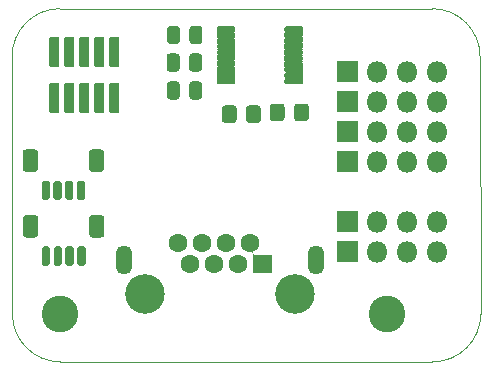
<source format=gbr>
G04 #@! TF.GenerationSoftware,KiCad,Pcbnew,(5.1.9)-1*
G04 #@! TF.CreationDate,2021-06-18T22:21:01-05:00*
G04 #@! TF.ProjectId,InputBoardSTM32,496e7075-7442-46f6-9172-6453544d3332,rev?*
G04 #@! TF.SameCoordinates,Original*
G04 #@! TF.FileFunction,Soldermask,Top*
G04 #@! TF.FilePolarity,Negative*
%FSLAX46Y46*%
G04 Gerber Fmt 4.6, Leading zero omitted, Abs format (unit mm)*
G04 Created by KiCad (PCBNEW (5.1.9)-1) date 2021-06-18 22:21:01*
%MOMM*%
%LPD*%
G01*
G04 APERTURE LIST*
G04 #@! TA.AperFunction,Profile*
%ADD10C,0.050000*%
G04 #@! TD*
%ADD11O,1.802000X1.802000*%
%ADD12C,3.102000*%
%ADD13O,1.361000X2.464000*%
%ADD14C,1.602000*%
%ADD15C,3.352000*%
%ADD16C,0.100000*%
G04 APERTURE END LIST*
D10*
X132588000Y-110680500D02*
X132557520Y-88900000D01*
X136652000Y-114744500D02*
G75*
G02*
X132588000Y-110680500I0J4064000D01*
G01*
X168153080Y-114744500D02*
X136652000Y-114744500D01*
X172186600Y-88900000D02*
X172250164Y-110670340D01*
X172250164Y-110670340D02*
G75*
G02*
X168153080Y-114744500I-4074224J0D01*
G01*
X168122600Y-84836000D02*
X136621520Y-84836000D01*
X132557520Y-88900000D02*
G75*
G02*
X136621520Y-84836000I4064000J0D01*
G01*
X168122600Y-84836000D02*
G75*
G02*
X172186600Y-88900000I0J-4064000D01*
G01*
X132588000Y-110680500D02*
X132557520Y-88900000D01*
X136652000Y-114744500D02*
G75*
G02*
X132588000Y-110680500I0J4064000D01*
G01*
X168153080Y-114744500D02*
X136652000Y-114744500D01*
X172186600Y-88900000D02*
X172250164Y-110670340D01*
X172250164Y-110670340D02*
G75*
G02*
X168153080Y-114744500I-4074224J0D01*
G01*
X168122600Y-84836000D02*
X136621520Y-84836000D01*
X132557520Y-88900000D02*
G75*
G02*
X136621520Y-84836000I4064000J0D01*
G01*
X168122600Y-84836000D02*
G75*
G02*
X172186600Y-88900000I0J-4064000D01*
G01*
D11*
X168569640Y-95250000D03*
X166029640Y-95250000D03*
X163489640Y-95250000D03*
G36*
G01*
X161799640Y-96151000D02*
X160099640Y-96151000D01*
G75*
G02*
X160048640Y-96100000I0J51000D01*
G01*
X160048640Y-94400000D01*
G75*
G02*
X160099640Y-94349000I51000J0D01*
G01*
X161799640Y-94349000D01*
G75*
G02*
X161850640Y-94400000I0J-51000D01*
G01*
X161850640Y-96100000D01*
G75*
G02*
X161799640Y-96151000I-51000J0D01*
G01*
G37*
D12*
X136638000Y-110678000D03*
X164338000Y-110678000D03*
D11*
X168569640Y-97790000D03*
X166029640Y-97790000D03*
X163489640Y-97790000D03*
G36*
G01*
X161799640Y-98691000D02*
X160099640Y-98691000D01*
G75*
G02*
X160048640Y-98640000I0J51000D01*
G01*
X160048640Y-96940000D01*
G75*
G02*
X160099640Y-96889000I51000J0D01*
G01*
X161799640Y-96889000D01*
G75*
G02*
X161850640Y-96940000I0J-51000D01*
G01*
X161850640Y-98640000D01*
G75*
G02*
X161799640Y-98691000I-51000J0D01*
G01*
G37*
X168569640Y-92710000D03*
X166029640Y-92710000D03*
X163489640Y-92710000D03*
G36*
G01*
X161799640Y-93611000D02*
X160099640Y-93611000D01*
G75*
G02*
X160048640Y-93560000I0J51000D01*
G01*
X160048640Y-91860000D01*
G75*
G02*
X160099640Y-91809000I51000J0D01*
G01*
X161799640Y-91809000D01*
G75*
G02*
X161850640Y-91860000I0J-51000D01*
G01*
X161850640Y-93560000D01*
G75*
G02*
X161799640Y-93611000I-51000J0D01*
G01*
G37*
G36*
G01*
X161799640Y-91071000D02*
X160099640Y-91071000D01*
G75*
G02*
X160048640Y-91020000I0J51000D01*
G01*
X160048640Y-89320000D01*
G75*
G02*
X160099640Y-89269000I51000J0D01*
G01*
X161799640Y-89269000D01*
G75*
G02*
X161850640Y-89320000I0J-51000D01*
G01*
X161850640Y-91020000D01*
G75*
G02*
X161799640Y-91071000I-51000J0D01*
G01*
G37*
X163489640Y-90170000D03*
X166029640Y-90170000D03*
X168569640Y-90170000D03*
X168569640Y-102870000D03*
X166029640Y-102870000D03*
X163489640Y-102870000D03*
G36*
G01*
X161799640Y-103771000D02*
X160099640Y-103771000D01*
G75*
G02*
X160048640Y-103720000I0J51000D01*
G01*
X160048640Y-102020000D01*
G75*
G02*
X160099640Y-101969000I51000J0D01*
G01*
X161799640Y-101969000D01*
G75*
G02*
X161850640Y-102020000I0J-51000D01*
G01*
X161850640Y-103720000D01*
G75*
G02*
X161799640Y-103771000I-51000J0D01*
G01*
G37*
G36*
G01*
X161799640Y-106311000D02*
X160099640Y-106311000D01*
G75*
G02*
X160048640Y-106260000I0J51000D01*
G01*
X160048640Y-104560000D01*
G75*
G02*
X160099640Y-104509000I51000J0D01*
G01*
X161799640Y-104509000D01*
G75*
G02*
X161850640Y-104560000I0J-51000D01*
G01*
X161850640Y-106260000D01*
G75*
G02*
X161799640Y-106311000I-51000J0D01*
G01*
G37*
X163489640Y-105410000D03*
X166029640Y-105410000D03*
X168569640Y-105410000D03*
G36*
G01*
X152367200Y-94255628D02*
X152367200Y-93297972D01*
G75*
G02*
X152639372Y-93025800I272172J0D01*
G01*
X153347028Y-93025800D01*
G75*
G02*
X153619200Y-93297972I0J-272172D01*
G01*
X153619200Y-94255628D01*
G75*
G02*
X153347028Y-94527800I-272172J0D01*
G01*
X152639372Y-94527800D01*
G75*
G02*
X152367200Y-94255628I0J272172D01*
G01*
G37*
G36*
G01*
X150317200Y-94255628D02*
X150317200Y-93297972D01*
G75*
G02*
X150589372Y-93025800I272172J0D01*
G01*
X151297028Y-93025800D01*
G75*
G02*
X151569200Y-93297972I0J-272172D01*
G01*
X151569200Y-94255628D01*
G75*
G02*
X151297028Y-94527800I-272172J0D01*
G01*
X150589372Y-94527800D01*
G75*
G02*
X150317200Y-94255628I0J272172D01*
G01*
G37*
G36*
G01*
X154381200Y-94103228D02*
X154381200Y-93145572D01*
G75*
G02*
X154653372Y-92873400I272172J0D01*
G01*
X155361028Y-92873400D01*
G75*
G02*
X155633200Y-93145572I0J-272172D01*
G01*
X155633200Y-94103228D01*
G75*
G02*
X155361028Y-94375400I-272172J0D01*
G01*
X154653372Y-94375400D01*
G75*
G02*
X154381200Y-94103228I0J272172D01*
G01*
G37*
G36*
G01*
X156431200Y-94103228D02*
X156431200Y-93145572D01*
G75*
G02*
X156703372Y-92873400I272172J0D01*
G01*
X157411028Y-92873400D01*
G75*
G02*
X157683200Y-93145572I0J-272172D01*
G01*
X157683200Y-94103228D01*
G75*
G02*
X157411028Y-94375400I-272172J0D01*
G01*
X156703372Y-94375400D01*
G75*
G02*
X156431200Y-94103228I0J272172D01*
G01*
G37*
G36*
G01*
X148668600Y-91269700D02*
X148668600Y-92270700D01*
G75*
G02*
X148393100Y-92546200I-275500J0D01*
G01*
X147842100Y-92546200D01*
G75*
G02*
X147566600Y-92270700I0J275500D01*
G01*
X147566600Y-91269700D01*
G75*
G02*
X147842100Y-90994200I275500J0D01*
G01*
X148393100Y-90994200D01*
G75*
G02*
X148668600Y-91269700I0J-275500D01*
G01*
G37*
G36*
G01*
X146768600Y-91269700D02*
X146768600Y-92270700D01*
G75*
G02*
X146493100Y-92546200I-275500J0D01*
G01*
X145942100Y-92546200D01*
G75*
G02*
X145666600Y-92270700I0J275500D01*
G01*
X145666600Y-91269700D01*
G75*
G02*
X145942100Y-90994200I275500J0D01*
G01*
X146493100Y-90994200D01*
G75*
G02*
X146768600Y-91269700I0J-275500D01*
G01*
G37*
G36*
G01*
X148643200Y-88907500D02*
X148643200Y-89908500D01*
G75*
G02*
X148367700Y-90184000I-275500J0D01*
G01*
X147816700Y-90184000D01*
G75*
G02*
X147541200Y-89908500I0J275500D01*
G01*
X147541200Y-88907500D01*
G75*
G02*
X147816700Y-88632000I275500J0D01*
G01*
X148367700Y-88632000D01*
G75*
G02*
X148643200Y-88907500I0J-275500D01*
G01*
G37*
G36*
G01*
X146743200Y-88907500D02*
X146743200Y-89908500D01*
G75*
G02*
X146467700Y-90184000I-275500J0D01*
G01*
X145916700Y-90184000D01*
G75*
G02*
X145641200Y-89908500I0J275500D01*
G01*
X145641200Y-88907500D01*
G75*
G02*
X145916700Y-88632000I275500J0D01*
G01*
X146467700Y-88632000D01*
G75*
G02*
X146743200Y-88907500I0J-275500D01*
G01*
G37*
G36*
G01*
X146768600Y-86570700D02*
X146768600Y-87571700D01*
G75*
G02*
X146493100Y-87847200I-275500J0D01*
G01*
X145942100Y-87847200D01*
G75*
G02*
X145666600Y-87571700I0J275500D01*
G01*
X145666600Y-86570700D01*
G75*
G02*
X145942100Y-86295200I275500J0D01*
G01*
X146493100Y-86295200D01*
G75*
G02*
X146768600Y-86570700I0J-275500D01*
G01*
G37*
G36*
G01*
X148668600Y-86570700D02*
X148668600Y-87571700D01*
G75*
G02*
X148393100Y-87847200I-275500J0D01*
G01*
X147842100Y-87847200D01*
G75*
G02*
X147566600Y-87571700I0J275500D01*
G01*
X147566600Y-86570700D01*
G75*
G02*
X147842100Y-86295200I275500J0D01*
G01*
X148393100Y-86295200D01*
G75*
G02*
X148668600Y-86570700I0J-275500D01*
G01*
G37*
G36*
G01*
X141594000Y-89775800D02*
X140854000Y-89775800D01*
G75*
G02*
X140803000Y-89724800I0J51000D01*
G01*
X140803000Y-87324800D01*
G75*
G02*
X140854000Y-87273800I51000J0D01*
G01*
X141594000Y-87273800D01*
G75*
G02*
X141645000Y-87324800I0J-51000D01*
G01*
X141645000Y-89724800D01*
G75*
G02*
X141594000Y-89775800I-51000J0D01*
G01*
G37*
G36*
G01*
X141594000Y-93675800D02*
X140854000Y-93675800D01*
G75*
G02*
X140803000Y-93624800I0J51000D01*
G01*
X140803000Y-91224800D01*
G75*
G02*
X140854000Y-91173800I51000J0D01*
G01*
X141594000Y-91173800D01*
G75*
G02*
X141645000Y-91224800I0J-51000D01*
G01*
X141645000Y-93624800D01*
G75*
G02*
X141594000Y-93675800I-51000J0D01*
G01*
G37*
G36*
G01*
X140324000Y-89775800D02*
X139584000Y-89775800D01*
G75*
G02*
X139533000Y-89724800I0J51000D01*
G01*
X139533000Y-87324800D01*
G75*
G02*
X139584000Y-87273800I51000J0D01*
G01*
X140324000Y-87273800D01*
G75*
G02*
X140375000Y-87324800I0J-51000D01*
G01*
X140375000Y-89724800D01*
G75*
G02*
X140324000Y-89775800I-51000J0D01*
G01*
G37*
G36*
G01*
X140324000Y-93675800D02*
X139584000Y-93675800D01*
G75*
G02*
X139533000Y-93624800I0J51000D01*
G01*
X139533000Y-91224800D01*
G75*
G02*
X139584000Y-91173800I51000J0D01*
G01*
X140324000Y-91173800D01*
G75*
G02*
X140375000Y-91224800I0J-51000D01*
G01*
X140375000Y-93624800D01*
G75*
G02*
X140324000Y-93675800I-51000J0D01*
G01*
G37*
G36*
G01*
X139054000Y-89775800D02*
X138314000Y-89775800D01*
G75*
G02*
X138263000Y-89724800I0J51000D01*
G01*
X138263000Y-87324800D01*
G75*
G02*
X138314000Y-87273800I51000J0D01*
G01*
X139054000Y-87273800D01*
G75*
G02*
X139105000Y-87324800I0J-51000D01*
G01*
X139105000Y-89724800D01*
G75*
G02*
X139054000Y-89775800I-51000J0D01*
G01*
G37*
G36*
G01*
X139054000Y-93675800D02*
X138314000Y-93675800D01*
G75*
G02*
X138263000Y-93624800I0J51000D01*
G01*
X138263000Y-91224800D01*
G75*
G02*
X138314000Y-91173800I51000J0D01*
G01*
X139054000Y-91173800D01*
G75*
G02*
X139105000Y-91224800I0J-51000D01*
G01*
X139105000Y-93624800D01*
G75*
G02*
X139054000Y-93675800I-51000J0D01*
G01*
G37*
G36*
G01*
X137784000Y-89775800D02*
X137044000Y-89775800D01*
G75*
G02*
X136993000Y-89724800I0J51000D01*
G01*
X136993000Y-87324800D01*
G75*
G02*
X137044000Y-87273800I51000J0D01*
G01*
X137784000Y-87273800D01*
G75*
G02*
X137835000Y-87324800I0J-51000D01*
G01*
X137835000Y-89724800D01*
G75*
G02*
X137784000Y-89775800I-51000J0D01*
G01*
G37*
G36*
G01*
X137784000Y-93675800D02*
X137044000Y-93675800D01*
G75*
G02*
X136993000Y-93624800I0J51000D01*
G01*
X136993000Y-91224800D01*
G75*
G02*
X137044000Y-91173800I51000J0D01*
G01*
X137784000Y-91173800D01*
G75*
G02*
X137835000Y-91224800I0J-51000D01*
G01*
X137835000Y-93624800D01*
G75*
G02*
X137784000Y-93675800I-51000J0D01*
G01*
G37*
G36*
G01*
X136514000Y-89775800D02*
X135774000Y-89775800D01*
G75*
G02*
X135723000Y-89724800I0J51000D01*
G01*
X135723000Y-87324800D01*
G75*
G02*
X135774000Y-87273800I51000J0D01*
G01*
X136514000Y-87273800D01*
G75*
G02*
X136565000Y-87324800I0J-51000D01*
G01*
X136565000Y-89724800D01*
G75*
G02*
X136514000Y-89775800I-51000J0D01*
G01*
G37*
G36*
G01*
X136514000Y-93675800D02*
X135774000Y-93675800D01*
G75*
G02*
X135723000Y-93624800I0J51000D01*
G01*
X135723000Y-91224800D01*
G75*
G02*
X135774000Y-91173800I51000J0D01*
G01*
X136514000Y-91173800D01*
G75*
G02*
X136565000Y-91224800I0J-51000D01*
G01*
X136565000Y-93624800D01*
G75*
G02*
X136514000Y-93675800I-51000J0D01*
G01*
G37*
G36*
G01*
X149892000Y-86648900D02*
X149892000Y-86447900D01*
G75*
G02*
X149992500Y-86347400I100500J0D01*
G01*
X151368500Y-86347400D01*
G75*
G02*
X151469000Y-86447900I0J-100500D01*
G01*
X151469000Y-86648900D01*
G75*
G02*
X151368500Y-86749400I-100500J0D01*
G01*
X149992500Y-86749400D01*
G75*
G02*
X149892000Y-86648900I0J100500D01*
G01*
G37*
G36*
G01*
X149892000Y-87148900D02*
X149892000Y-86947900D01*
G75*
G02*
X149992500Y-86847400I100500J0D01*
G01*
X151368500Y-86847400D01*
G75*
G02*
X151469000Y-86947900I0J-100500D01*
G01*
X151469000Y-87148900D01*
G75*
G02*
X151368500Y-87249400I-100500J0D01*
G01*
X149992500Y-87249400D01*
G75*
G02*
X149892000Y-87148900I0J100500D01*
G01*
G37*
G36*
G01*
X149892000Y-87648900D02*
X149892000Y-87447900D01*
G75*
G02*
X149992500Y-87347400I100500J0D01*
G01*
X151368500Y-87347400D01*
G75*
G02*
X151469000Y-87447900I0J-100500D01*
G01*
X151469000Y-87648900D01*
G75*
G02*
X151368500Y-87749400I-100500J0D01*
G01*
X149992500Y-87749400D01*
G75*
G02*
X149892000Y-87648900I0J100500D01*
G01*
G37*
G36*
G01*
X149892000Y-88148900D02*
X149892000Y-87947900D01*
G75*
G02*
X149992500Y-87847400I100500J0D01*
G01*
X151368500Y-87847400D01*
G75*
G02*
X151469000Y-87947900I0J-100500D01*
G01*
X151469000Y-88148900D01*
G75*
G02*
X151368500Y-88249400I-100500J0D01*
G01*
X149992500Y-88249400D01*
G75*
G02*
X149892000Y-88148900I0J100500D01*
G01*
G37*
G36*
G01*
X149892000Y-88648900D02*
X149892000Y-88447900D01*
G75*
G02*
X149992500Y-88347400I100500J0D01*
G01*
X151368500Y-88347400D01*
G75*
G02*
X151469000Y-88447900I0J-100500D01*
G01*
X151469000Y-88648900D01*
G75*
G02*
X151368500Y-88749400I-100500J0D01*
G01*
X149992500Y-88749400D01*
G75*
G02*
X149892000Y-88648900I0J100500D01*
G01*
G37*
G36*
G01*
X149892000Y-89148900D02*
X149892000Y-88947900D01*
G75*
G02*
X149992500Y-88847400I100500J0D01*
G01*
X151368500Y-88847400D01*
G75*
G02*
X151469000Y-88947900I0J-100500D01*
G01*
X151469000Y-89148900D01*
G75*
G02*
X151368500Y-89249400I-100500J0D01*
G01*
X149992500Y-89249400D01*
G75*
G02*
X149892000Y-89148900I0J100500D01*
G01*
G37*
G36*
G01*
X149892000Y-89648900D02*
X149892000Y-89447900D01*
G75*
G02*
X149992500Y-89347400I100500J0D01*
G01*
X151368500Y-89347400D01*
G75*
G02*
X151469000Y-89447900I0J-100500D01*
G01*
X151469000Y-89648900D01*
G75*
G02*
X151368500Y-89749400I-100500J0D01*
G01*
X149992500Y-89749400D01*
G75*
G02*
X149892000Y-89648900I0J100500D01*
G01*
G37*
G36*
G01*
X149892000Y-90148900D02*
X149892000Y-89947900D01*
G75*
G02*
X149992500Y-89847400I100500J0D01*
G01*
X151368500Y-89847400D01*
G75*
G02*
X151469000Y-89947900I0J-100500D01*
G01*
X151469000Y-90148900D01*
G75*
G02*
X151368500Y-90249400I-100500J0D01*
G01*
X149992500Y-90249400D01*
G75*
G02*
X149892000Y-90148900I0J100500D01*
G01*
G37*
G36*
G01*
X149892000Y-90648900D02*
X149892000Y-90447900D01*
G75*
G02*
X149992500Y-90347400I100500J0D01*
G01*
X151368500Y-90347400D01*
G75*
G02*
X151469000Y-90447900I0J-100500D01*
G01*
X151469000Y-90648900D01*
G75*
G02*
X151368500Y-90749400I-100500J0D01*
G01*
X149992500Y-90749400D01*
G75*
G02*
X149892000Y-90648900I0J100500D01*
G01*
G37*
G36*
G01*
X149892000Y-91148900D02*
X149892000Y-90947900D01*
G75*
G02*
X149992500Y-90847400I100500J0D01*
G01*
X151368500Y-90847400D01*
G75*
G02*
X151469000Y-90947900I0J-100500D01*
G01*
X151469000Y-91148900D01*
G75*
G02*
X151368500Y-91249400I-100500J0D01*
G01*
X149992500Y-91249400D01*
G75*
G02*
X149892000Y-91148900I0J100500D01*
G01*
G37*
G36*
G01*
X155617000Y-91148900D02*
X155617000Y-90947900D01*
G75*
G02*
X155717500Y-90847400I100500J0D01*
G01*
X157093500Y-90847400D01*
G75*
G02*
X157194000Y-90947900I0J-100500D01*
G01*
X157194000Y-91148900D01*
G75*
G02*
X157093500Y-91249400I-100500J0D01*
G01*
X155717500Y-91249400D01*
G75*
G02*
X155617000Y-91148900I0J100500D01*
G01*
G37*
G36*
G01*
X155617000Y-90648900D02*
X155617000Y-90447900D01*
G75*
G02*
X155717500Y-90347400I100500J0D01*
G01*
X157093500Y-90347400D01*
G75*
G02*
X157194000Y-90447900I0J-100500D01*
G01*
X157194000Y-90648900D01*
G75*
G02*
X157093500Y-90749400I-100500J0D01*
G01*
X155717500Y-90749400D01*
G75*
G02*
X155617000Y-90648900I0J100500D01*
G01*
G37*
G36*
G01*
X155617000Y-90148900D02*
X155617000Y-89947900D01*
G75*
G02*
X155717500Y-89847400I100500J0D01*
G01*
X157093500Y-89847400D01*
G75*
G02*
X157194000Y-89947900I0J-100500D01*
G01*
X157194000Y-90148900D01*
G75*
G02*
X157093500Y-90249400I-100500J0D01*
G01*
X155717500Y-90249400D01*
G75*
G02*
X155617000Y-90148900I0J100500D01*
G01*
G37*
G36*
G01*
X155617000Y-89648900D02*
X155617000Y-89447900D01*
G75*
G02*
X155717500Y-89347400I100500J0D01*
G01*
X157093500Y-89347400D01*
G75*
G02*
X157194000Y-89447900I0J-100500D01*
G01*
X157194000Y-89648900D01*
G75*
G02*
X157093500Y-89749400I-100500J0D01*
G01*
X155717500Y-89749400D01*
G75*
G02*
X155617000Y-89648900I0J100500D01*
G01*
G37*
G36*
G01*
X155617000Y-89148900D02*
X155617000Y-88947900D01*
G75*
G02*
X155717500Y-88847400I100500J0D01*
G01*
X157093500Y-88847400D01*
G75*
G02*
X157194000Y-88947900I0J-100500D01*
G01*
X157194000Y-89148900D01*
G75*
G02*
X157093500Y-89249400I-100500J0D01*
G01*
X155717500Y-89249400D01*
G75*
G02*
X155617000Y-89148900I0J100500D01*
G01*
G37*
G36*
G01*
X155617000Y-88648900D02*
X155617000Y-88447900D01*
G75*
G02*
X155717500Y-88347400I100500J0D01*
G01*
X157093500Y-88347400D01*
G75*
G02*
X157194000Y-88447900I0J-100500D01*
G01*
X157194000Y-88648900D01*
G75*
G02*
X157093500Y-88749400I-100500J0D01*
G01*
X155717500Y-88749400D01*
G75*
G02*
X155617000Y-88648900I0J100500D01*
G01*
G37*
G36*
G01*
X155617000Y-88148900D02*
X155617000Y-87947900D01*
G75*
G02*
X155717500Y-87847400I100500J0D01*
G01*
X157093500Y-87847400D01*
G75*
G02*
X157194000Y-87947900I0J-100500D01*
G01*
X157194000Y-88148900D01*
G75*
G02*
X157093500Y-88249400I-100500J0D01*
G01*
X155717500Y-88249400D01*
G75*
G02*
X155617000Y-88148900I0J100500D01*
G01*
G37*
G36*
G01*
X155617000Y-87648900D02*
X155617000Y-87447900D01*
G75*
G02*
X155717500Y-87347400I100500J0D01*
G01*
X157093500Y-87347400D01*
G75*
G02*
X157194000Y-87447900I0J-100500D01*
G01*
X157194000Y-87648900D01*
G75*
G02*
X157093500Y-87749400I-100500J0D01*
G01*
X155717500Y-87749400D01*
G75*
G02*
X155617000Y-87648900I0J100500D01*
G01*
G37*
G36*
G01*
X155617000Y-87148900D02*
X155617000Y-86947900D01*
G75*
G02*
X155717500Y-86847400I100500J0D01*
G01*
X157093500Y-86847400D01*
G75*
G02*
X157194000Y-86947900I0J-100500D01*
G01*
X157194000Y-87148900D01*
G75*
G02*
X157093500Y-87249400I-100500J0D01*
G01*
X155717500Y-87249400D01*
G75*
G02*
X155617000Y-87148900I0J100500D01*
G01*
G37*
G36*
G01*
X155617000Y-86648900D02*
X155617000Y-86447900D01*
G75*
G02*
X155717500Y-86347400I100500J0D01*
G01*
X157093500Y-86347400D01*
G75*
G02*
X157194000Y-86447900I0J-100500D01*
G01*
X157194000Y-86648900D01*
G75*
G02*
X157093500Y-86749400I-100500J0D01*
G01*
X155717500Y-86749400D01*
G75*
G02*
X155617000Y-86648900I0J100500D01*
G01*
G37*
G36*
G01*
X135055000Y-100883100D02*
X135055000Y-99582100D01*
G75*
G02*
X135230500Y-99406600I175500J0D01*
G01*
X135581500Y-99406600D01*
G75*
G02*
X135757000Y-99582100I0J-175500D01*
G01*
X135757000Y-100883100D01*
G75*
G02*
X135581500Y-101058600I-175500J0D01*
G01*
X135230500Y-101058600D01*
G75*
G02*
X135055000Y-100883100I0J175500D01*
G01*
G37*
G36*
G01*
X136055000Y-100883100D02*
X136055000Y-99582100D01*
G75*
G02*
X136230500Y-99406600I175500J0D01*
G01*
X136581500Y-99406600D01*
G75*
G02*
X136757000Y-99582100I0J-175500D01*
G01*
X136757000Y-100883100D01*
G75*
G02*
X136581500Y-101058600I-175500J0D01*
G01*
X136230500Y-101058600D01*
G75*
G02*
X136055000Y-100883100I0J175500D01*
G01*
G37*
G36*
G01*
X137055000Y-100883100D02*
X137055000Y-99582100D01*
G75*
G02*
X137230500Y-99406600I175500J0D01*
G01*
X137581500Y-99406600D01*
G75*
G02*
X137757000Y-99582100I0J-175500D01*
G01*
X137757000Y-100883100D01*
G75*
G02*
X137581500Y-101058600I-175500J0D01*
G01*
X137230500Y-101058600D01*
G75*
G02*
X137055000Y-100883100I0J175500D01*
G01*
G37*
G36*
G01*
X138055000Y-100883100D02*
X138055000Y-99582100D01*
G75*
G02*
X138230500Y-99406600I175500J0D01*
G01*
X138581500Y-99406600D01*
G75*
G02*
X138757000Y-99582100I0J-175500D01*
G01*
X138757000Y-100883100D01*
G75*
G02*
X138581500Y-101058600I-175500J0D01*
G01*
X138230500Y-101058600D01*
G75*
G02*
X138055000Y-100883100I0J175500D01*
G01*
G37*
G36*
G01*
X133455000Y-98387352D02*
X133455000Y-97027848D01*
G75*
G02*
X133726248Y-96756600I271248J0D01*
G01*
X134485752Y-96756600D01*
G75*
G02*
X134757000Y-97027848I0J-271248D01*
G01*
X134757000Y-98387352D01*
G75*
G02*
X134485752Y-98658600I-271248J0D01*
G01*
X133726248Y-98658600D01*
G75*
G02*
X133455000Y-98387352I0J271248D01*
G01*
G37*
G36*
G01*
X139055000Y-98387352D02*
X139055000Y-97027848D01*
G75*
G02*
X139326248Y-96756600I271248J0D01*
G01*
X140085752Y-96756600D01*
G75*
G02*
X140357000Y-97027848I0J-271248D01*
G01*
X140357000Y-98387352D01*
G75*
G02*
X140085752Y-98658600I-271248J0D01*
G01*
X139326248Y-98658600D01*
G75*
G02*
X139055000Y-98387352I0J271248D01*
G01*
G37*
G36*
G01*
X139080400Y-103949952D02*
X139080400Y-102590448D01*
G75*
G02*
X139351648Y-102319200I271248J0D01*
G01*
X140111152Y-102319200D01*
G75*
G02*
X140382400Y-102590448I0J-271248D01*
G01*
X140382400Y-103949952D01*
G75*
G02*
X140111152Y-104221200I-271248J0D01*
G01*
X139351648Y-104221200D01*
G75*
G02*
X139080400Y-103949952I0J271248D01*
G01*
G37*
G36*
G01*
X133480400Y-103949952D02*
X133480400Y-102590448D01*
G75*
G02*
X133751648Y-102319200I271248J0D01*
G01*
X134511152Y-102319200D01*
G75*
G02*
X134782400Y-102590448I0J-271248D01*
G01*
X134782400Y-103949952D01*
G75*
G02*
X134511152Y-104221200I-271248J0D01*
G01*
X133751648Y-104221200D01*
G75*
G02*
X133480400Y-103949952I0J271248D01*
G01*
G37*
G36*
G01*
X138080400Y-106445700D02*
X138080400Y-105144700D01*
G75*
G02*
X138255900Y-104969200I175500J0D01*
G01*
X138606900Y-104969200D01*
G75*
G02*
X138782400Y-105144700I0J-175500D01*
G01*
X138782400Y-106445700D01*
G75*
G02*
X138606900Y-106621200I-175500J0D01*
G01*
X138255900Y-106621200D01*
G75*
G02*
X138080400Y-106445700I0J175500D01*
G01*
G37*
G36*
G01*
X137080400Y-106445700D02*
X137080400Y-105144700D01*
G75*
G02*
X137255900Y-104969200I175500J0D01*
G01*
X137606900Y-104969200D01*
G75*
G02*
X137782400Y-105144700I0J-175500D01*
G01*
X137782400Y-106445700D01*
G75*
G02*
X137606900Y-106621200I-175500J0D01*
G01*
X137255900Y-106621200D01*
G75*
G02*
X137080400Y-106445700I0J175500D01*
G01*
G37*
G36*
G01*
X136080400Y-106445700D02*
X136080400Y-105144700D01*
G75*
G02*
X136255900Y-104969200I175500J0D01*
G01*
X136606900Y-104969200D01*
G75*
G02*
X136782400Y-105144700I0J-175500D01*
G01*
X136782400Y-106445700D01*
G75*
G02*
X136606900Y-106621200I-175500J0D01*
G01*
X136255900Y-106621200D01*
G75*
G02*
X136080400Y-106445700I0J175500D01*
G01*
G37*
G36*
G01*
X135080400Y-106445700D02*
X135080400Y-105144700D01*
G75*
G02*
X135255900Y-104969200I175500J0D01*
G01*
X135606900Y-104969200D01*
G75*
G02*
X135782400Y-105144700I0J-175500D01*
G01*
X135782400Y-106445700D01*
G75*
G02*
X135606900Y-106621200I-175500J0D01*
G01*
X135255900Y-106621200D01*
G75*
G02*
X135080400Y-106445700I0J175500D01*
G01*
G37*
D13*
X158323280Y-106097070D03*
X142063280Y-106097070D03*
G36*
G01*
X152941580Y-107209020D02*
X152941580Y-105709020D01*
G75*
G02*
X152992580Y-105658020I51000J0D01*
G01*
X154492580Y-105658020D01*
G75*
G02*
X154543580Y-105709020I0J-51000D01*
G01*
X154543580Y-107209020D01*
G75*
G02*
X154492580Y-107260020I-51000J0D01*
G01*
X152992580Y-107260020D01*
G75*
G02*
X152941580Y-107209020I0J51000D01*
G01*
G37*
D14*
X152722580Y-104679020D03*
X151712580Y-106459020D03*
X150692580Y-104679020D03*
X149682580Y-106459020D03*
X148662580Y-104679020D03*
X147652580Y-106459020D03*
X146632580Y-104679020D03*
D15*
X156543280Y-108999020D03*
X143843280Y-108999020D03*
D16*
G36*
X153016905Y-105418845D02*
G01*
X153017670Y-105420693D01*
X153016630Y-105422196D01*
X153000609Y-105430759D01*
X152981972Y-105446054D01*
X152966677Y-105464691D01*
X152955312Y-105485955D01*
X152948312Y-105509030D01*
X152945949Y-105533021D01*
X152948312Y-105557012D01*
X152955312Y-105580087D01*
X152966677Y-105601351D01*
X152981972Y-105619988D01*
X153000609Y-105635283D01*
X153021873Y-105646648D01*
X153044948Y-105653648D01*
X153069135Y-105656030D01*
X153070761Y-105657195D01*
X153070565Y-105659185D01*
X153068939Y-105660020D01*
X152941580Y-105660020D01*
X152939848Y-105659020D01*
X152939580Y-105658020D01*
X152939580Y-105600010D01*
X152937208Y-105575925D01*
X152930208Y-105552850D01*
X152918843Y-105531586D01*
X152903548Y-105512949D01*
X152884911Y-105497654D01*
X152863647Y-105486289D01*
X152840572Y-105479289D01*
X152816581Y-105476926D01*
X152810241Y-105477551D01*
X152810045Y-105477561D01*
X152804118Y-105477561D01*
X152802386Y-105476561D01*
X152802386Y-105474561D01*
X152803728Y-105473599D01*
X152954516Y-105443605D01*
X153014922Y-105418584D01*
X153016905Y-105418845D01*
G37*
G36*
X157195165Y-90647274D02*
G01*
X157196000Y-90648900D01*
X157196000Y-90705260D01*
X157195990Y-90705456D01*
X157194667Y-90718891D01*
X157194591Y-90719276D01*
X157192463Y-90726290D01*
X157192313Y-90726652D01*
X157185000Y-90740335D01*
X157175737Y-90762698D01*
X157171033Y-90786348D01*
X157171033Y-90810454D01*
X157175738Y-90834104D01*
X157185000Y-90856465D01*
X157192313Y-90870148D01*
X157192463Y-90870510D01*
X157194591Y-90877524D01*
X157194667Y-90877909D01*
X157195990Y-90891344D01*
X157196000Y-90891540D01*
X157196000Y-90947900D01*
X157195000Y-90949632D01*
X157193000Y-90949632D01*
X157192010Y-90948096D01*
X157190099Y-90928688D01*
X157184493Y-90910209D01*
X157175392Y-90893181D01*
X157163143Y-90878257D01*
X157148219Y-90866008D01*
X157131191Y-90856907D01*
X157112712Y-90851301D01*
X157093406Y-90849400D01*
X155717594Y-90849400D01*
X155698288Y-90851301D01*
X155679809Y-90856907D01*
X155662781Y-90866008D01*
X155647857Y-90878257D01*
X155635608Y-90893181D01*
X155626507Y-90910209D01*
X155620901Y-90928688D01*
X155618990Y-90948096D01*
X155617825Y-90949722D01*
X155615835Y-90949526D01*
X155615000Y-90947900D01*
X155615000Y-90891540D01*
X155615010Y-90891344D01*
X155616333Y-90877909D01*
X155616409Y-90877524D01*
X155618537Y-90870510D01*
X155618687Y-90870148D01*
X155626000Y-90856465D01*
X155635263Y-90834102D01*
X155639967Y-90810452D01*
X155639967Y-90786346D01*
X155635262Y-90762696D01*
X155626000Y-90740335D01*
X155618687Y-90726652D01*
X155618537Y-90726290D01*
X155616409Y-90719276D01*
X155616333Y-90718891D01*
X155615010Y-90705456D01*
X155615000Y-90705260D01*
X155615000Y-90648900D01*
X155616000Y-90647168D01*
X155618000Y-90647168D01*
X155618990Y-90648704D01*
X155620901Y-90668112D01*
X155626507Y-90686591D01*
X155635608Y-90703619D01*
X155647857Y-90718543D01*
X155662781Y-90730792D01*
X155679809Y-90739893D01*
X155698288Y-90745499D01*
X155717594Y-90747400D01*
X157093406Y-90747400D01*
X157112712Y-90745499D01*
X157131191Y-90739893D01*
X157148219Y-90730792D01*
X157163143Y-90718543D01*
X157175392Y-90703619D01*
X157184493Y-90686591D01*
X157190099Y-90668112D01*
X157192010Y-90648704D01*
X157193175Y-90647078D01*
X157195165Y-90647274D01*
G37*
G36*
X151470165Y-90647274D02*
G01*
X151471000Y-90648900D01*
X151471000Y-90705260D01*
X151470990Y-90705456D01*
X151469667Y-90718891D01*
X151469591Y-90719276D01*
X151467463Y-90726290D01*
X151467313Y-90726652D01*
X151460000Y-90740335D01*
X151450737Y-90762698D01*
X151446033Y-90786348D01*
X151446033Y-90810454D01*
X151450738Y-90834104D01*
X151460000Y-90856465D01*
X151467313Y-90870148D01*
X151467463Y-90870510D01*
X151469591Y-90877524D01*
X151469667Y-90877909D01*
X151470990Y-90891344D01*
X151471000Y-90891540D01*
X151471000Y-90947900D01*
X151470000Y-90949632D01*
X151468000Y-90949632D01*
X151467010Y-90948096D01*
X151465099Y-90928688D01*
X151459493Y-90910209D01*
X151450392Y-90893181D01*
X151438143Y-90878257D01*
X151423219Y-90866008D01*
X151406191Y-90856907D01*
X151387712Y-90851301D01*
X151368406Y-90849400D01*
X149992594Y-90849400D01*
X149973288Y-90851301D01*
X149954809Y-90856907D01*
X149937781Y-90866008D01*
X149922857Y-90878257D01*
X149910608Y-90893181D01*
X149901507Y-90910209D01*
X149895901Y-90928688D01*
X149893990Y-90948096D01*
X149892825Y-90949722D01*
X149890835Y-90949526D01*
X149890000Y-90947900D01*
X149890000Y-90891540D01*
X149890010Y-90891344D01*
X149891333Y-90877909D01*
X149891409Y-90877524D01*
X149893537Y-90870510D01*
X149893687Y-90870148D01*
X149901000Y-90856465D01*
X149910263Y-90834102D01*
X149914967Y-90810452D01*
X149914967Y-90786346D01*
X149910262Y-90762696D01*
X149901000Y-90740335D01*
X149893687Y-90726652D01*
X149893537Y-90726290D01*
X149891409Y-90719276D01*
X149891333Y-90718891D01*
X149890010Y-90705456D01*
X149890000Y-90705260D01*
X149890000Y-90648900D01*
X149891000Y-90647168D01*
X149893000Y-90647168D01*
X149893990Y-90648704D01*
X149895901Y-90668112D01*
X149901507Y-90686591D01*
X149910608Y-90703619D01*
X149922857Y-90718543D01*
X149937781Y-90730792D01*
X149954809Y-90739893D01*
X149973288Y-90745499D01*
X149992594Y-90747400D01*
X151368406Y-90747400D01*
X151387712Y-90745499D01*
X151406191Y-90739893D01*
X151423219Y-90730792D01*
X151438143Y-90718543D01*
X151450392Y-90703619D01*
X151459493Y-90686591D01*
X151465099Y-90668112D01*
X151467010Y-90648704D01*
X151468175Y-90647078D01*
X151470165Y-90647274D01*
G37*
G36*
X151470165Y-90147274D02*
G01*
X151471000Y-90148900D01*
X151471000Y-90205260D01*
X151470990Y-90205456D01*
X151469667Y-90218891D01*
X151469591Y-90219276D01*
X151467463Y-90226290D01*
X151467313Y-90226652D01*
X151460000Y-90240335D01*
X151450737Y-90262698D01*
X151446033Y-90286348D01*
X151446033Y-90310454D01*
X151450738Y-90334104D01*
X151460000Y-90356465D01*
X151467313Y-90370148D01*
X151467463Y-90370510D01*
X151469591Y-90377524D01*
X151469667Y-90377909D01*
X151470990Y-90391344D01*
X151471000Y-90391540D01*
X151471000Y-90447900D01*
X151470000Y-90449632D01*
X151468000Y-90449632D01*
X151467010Y-90448096D01*
X151465099Y-90428688D01*
X151459493Y-90410209D01*
X151450392Y-90393181D01*
X151438143Y-90378257D01*
X151423219Y-90366008D01*
X151406191Y-90356907D01*
X151387712Y-90351301D01*
X151368406Y-90349400D01*
X149992594Y-90349400D01*
X149973288Y-90351301D01*
X149954809Y-90356907D01*
X149937781Y-90366008D01*
X149922857Y-90378257D01*
X149910608Y-90393181D01*
X149901507Y-90410209D01*
X149895901Y-90428688D01*
X149893990Y-90448096D01*
X149892825Y-90449722D01*
X149890835Y-90449526D01*
X149890000Y-90447900D01*
X149890000Y-90391540D01*
X149890010Y-90391344D01*
X149891333Y-90377909D01*
X149891409Y-90377524D01*
X149893537Y-90370510D01*
X149893687Y-90370148D01*
X149901000Y-90356465D01*
X149910263Y-90334102D01*
X149914967Y-90310452D01*
X149914967Y-90286346D01*
X149910262Y-90262696D01*
X149901000Y-90240335D01*
X149893687Y-90226652D01*
X149893537Y-90226290D01*
X149891409Y-90219276D01*
X149891333Y-90218891D01*
X149890010Y-90205456D01*
X149890000Y-90205260D01*
X149890000Y-90148900D01*
X149891000Y-90147168D01*
X149893000Y-90147168D01*
X149893990Y-90148704D01*
X149895901Y-90168112D01*
X149901507Y-90186591D01*
X149910608Y-90203619D01*
X149922857Y-90218543D01*
X149937781Y-90230792D01*
X149954809Y-90239893D01*
X149973288Y-90245499D01*
X149992594Y-90247400D01*
X151368406Y-90247400D01*
X151387712Y-90245499D01*
X151406191Y-90239893D01*
X151423219Y-90230792D01*
X151438143Y-90218543D01*
X151450392Y-90203619D01*
X151459493Y-90186591D01*
X151465099Y-90168112D01*
X151467010Y-90148704D01*
X151468175Y-90147078D01*
X151470165Y-90147274D01*
G37*
G36*
X157195165Y-90147274D02*
G01*
X157196000Y-90148900D01*
X157196000Y-90205260D01*
X157195990Y-90205456D01*
X157194667Y-90218891D01*
X157194591Y-90219276D01*
X157192463Y-90226290D01*
X157192313Y-90226652D01*
X157185000Y-90240335D01*
X157175737Y-90262698D01*
X157171033Y-90286348D01*
X157171033Y-90310454D01*
X157175738Y-90334104D01*
X157185000Y-90356465D01*
X157192313Y-90370148D01*
X157192463Y-90370510D01*
X157194591Y-90377524D01*
X157194667Y-90377909D01*
X157195990Y-90391344D01*
X157196000Y-90391540D01*
X157196000Y-90447900D01*
X157195000Y-90449632D01*
X157193000Y-90449632D01*
X157192010Y-90448096D01*
X157190099Y-90428688D01*
X157184493Y-90410209D01*
X157175392Y-90393181D01*
X157163143Y-90378257D01*
X157148219Y-90366008D01*
X157131191Y-90356907D01*
X157112712Y-90351301D01*
X157093406Y-90349400D01*
X155717594Y-90349400D01*
X155698288Y-90351301D01*
X155679809Y-90356907D01*
X155662781Y-90366008D01*
X155647857Y-90378257D01*
X155635608Y-90393181D01*
X155626507Y-90410209D01*
X155620901Y-90428688D01*
X155618990Y-90448096D01*
X155617825Y-90449722D01*
X155615835Y-90449526D01*
X155615000Y-90447900D01*
X155615000Y-90391540D01*
X155615010Y-90391344D01*
X155616333Y-90377909D01*
X155616409Y-90377524D01*
X155618537Y-90370510D01*
X155618687Y-90370148D01*
X155626000Y-90356465D01*
X155635263Y-90334102D01*
X155639967Y-90310452D01*
X155639967Y-90286346D01*
X155635262Y-90262696D01*
X155626000Y-90240335D01*
X155618687Y-90226652D01*
X155618537Y-90226290D01*
X155616409Y-90219276D01*
X155616333Y-90218891D01*
X155615010Y-90205456D01*
X155615000Y-90205260D01*
X155615000Y-90148900D01*
X155616000Y-90147168D01*
X155618000Y-90147168D01*
X155618990Y-90148704D01*
X155620901Y-90168112D01*
X155626507Y-90186591D01*
X155635608Y-90203619D01*
X155647857Y-90218543D01*
X155662781Y-90230792D01*
X155679809Y-90239893D01*
X155698288Y-90245499D01*
X155717594Y-90247400D01*
X157093406Y-90247400D01*
X157112712Y-90245499D01*
X157131191Y-90239893D01*
X157148219Y-90230792D01*
X157163143Y-90218543D01*
X157175392Y-90203619D01*
X157184493Y-90186591D01*
X157190099Y-90168112D01*
X157192010Y-90148704D01*
X157193175Y-90147078D01*
X157195165Y-90147274D01*
G37*
G36*
X157195165Y-89647274D02*
G01*
X157196000Y-89648900D01*
X157196000Y-89705260D01*
X157195990Y-89705456D01*
X157194667Y-89718891D01*
X157194591Y-89719276D01*
X157192463Y-89726290D01*
X157192313Y-89726652D01*
X157185000Y-89740335D01*
X157175737Y-89762698D01*
X157171033Y-89786348D01*
X157171033Y-89810454D01*
X157175738Y-89834104D01*
X157185000Y-89856465D01*
X157192313Y-89870148D01*
X157192463Y-89870510D01*
X157194591Y-89877524D01*
X157194667Y-89877909D01*
X157195990Y-89891344D01*
X157196000Y-89891540D01*
X157196000Y-89947900D01*
X157195000Y-89949632D01*
X157193000Y-89949632D01*
X157192010Y-89948096D01*
X157190099Y-89928688D01*
X157184493Y-89910209D01*
X157175392Y-89893181D01*
X157163143Y-89878257D01*
X157148219Y-89866008D01*
X157131191Y-89856907D01*
X157112712Y-89851301D01*
X157093406Y-89849400D01*
X155717594Y-89849400D01*
X155698288Y-89851301D01*
X155679809Y-89856907D01*
X155662781Y-89866008D01*
X155647857Y-89878257D01*
X155635608Y-89893181D01*
X155626507Y-89910209D01*
X155620901Y-89928688D01*
X155618990Y-89948096D01*
X155617825Y-89949722D01*
X155615835Y-89949526D01*
X155615000Y-89947900D01*
X155615000Y-89891540D01*
X155615010Y-89891344D01*
X155616333Y-89877909D01*
X155616409Y-89877524D01*
X155618537Y-89870510D01*
X155618687Y-89870148D01*
X155626000Y-89856465D01*
X155635263Y-89834102D01*
X155639967Y-89810452D01*
X155639967Y-89786346D01*
X155635262Y-89762696D01*
X155626000Y-89740335D01*
X155618687Y-89726652D01*
X155618537Y-89726290D01*
X155616409Y-89719276D01*
X155616333Y-89718891D01*
X155615010Y-89705456D01*
X155615000Y-89705260D01*
X155615000Y-89648900D01*
X155616000Y-89647168D01*
X155618000Y-89647168D01*
X155618990Y-89648704D01*
X155620901Y-89668112D01*
X155626507Y-89686591D01*
X155635608Y-89703619D01*
X155647857Y-89718543D01*
X155662781Y-89730792D01*
X155679809Y-89739893D01*
X155698288Y-89745499D01*
X155717594Y-89747400D01*
X157093406Y-89747400D01*
X157112712Y-89745499D01*
X157131191Y-89739893D01*
X157148219Y-89730792D01*
X157163143Y-89718543D01*
X157175392Y-89703619D01*
X157184493Y-89686591D01*
X157190099Y-89668112D01*
X157192010Y-89648704D01*
X157193175Y-89647078D01*
X157195165Y-89647274D01*
G37*
G36*
X151470165Y-89647274D02*
G01*
X151471000Y-89648900D01*
X151471000Y-89705260D01*
X151470990Y-89705456D01*
X151469667Y-89718891D01*
X151469591Y-89719276D01*
X151467463Y-89726290D01*
X151467313Y-89726652D01*
X151460000Y-89740335D01*
X151450737Y-89762698D01*
X151446033Y-89786348D01*
X151446033Y-89810454D01*
X151450738Y-89834104D01*
X151460000Y-89856465D01*
X151467313Y-89870148D01*
X151467463Y-89870510D01*
X151469591Y-89877524D01*
X151469667Y-89877909D01*
X151470990Y-89891344D01*
X151471000Y-89891540D01*
X151471000Y-89947900D01*
X151470000Y-89949632D01*
X151468000Y-89949632D01*
X151467010Y-89948096D01*
X151465099Y-89928688D01*
X151459493Y-89910209D01*
X151450392Y-89893181D01*
X151438143Y-89878257D01*
X151423219Y-89866008D01*
X151406191Y-89856907D01*
X151387712Y-89851301D01*
X151368406Y-89849400D01*
X149992594Y-89849400D01*
X149973288Y-89851301D01*
X149954809Y-89856907D01*
X149937781Y-89866008D01*
X149922857Y-89878257D01*
X149910608Y-89893181D01*
X149901507Y-89910209D01*
X149895901Y-89928688D01*
X149893990Y-89948096D01*
X149892825Y-89949722D01*
X149890835Y-89949526D01*
X149890000Y-89947900D01*
X149890000Y-89891540D01*
X149890010Y-89891344D01*
X149891333Y-89877909D01*
X149891409Y-89877524D01*
X149893537Y-89870510D01*
X149893687Y-89870148D01*
X149901000Y-89856465D01*
X149910263Y-89834102D01*
X149914967Y-89810452D01*
X149914967Y-89786346D01*
X149910262Y-89762696D01*
X149901000Y-89740335D01*
X149893687Y-89726652D01*
X149893537Y-89726290D01*
X149891409Y-89719276D01*
X149891333Y-89718891D01*
X149890010Y-89705456D01*
X149890000Y-89705260D01*
X149890000Y-89648900D01*
X149891000Y-89647168D01*
X149893000Y-89647168D01*
X149893990Y-89648704D01*
X149895901Y-89668112D01*
X149901507Y-89686591D01*
X149910608Y-89703619D01*
X149922857Y-89718543D01*
X149937781Y-89730792D01*
X149954809Y-89739893D01*
X149973288Y-89745499D01*
X149992594Y-89747400D01*
X151368406Y-89747400D01*
X151387712Y-89745499D01*
X151406191Y-89739893D01*
X151423219Y-89730792D01*
X151438143Y-89718543D01*
X151450392Y-89703619D01*
X151459493Y-89686591D01*
X151465099Y-89668112D01*
X151467010Y-89648704D01*
X151468175Y-89647078D01*
X151470165Y-89647274D01*
G37*
G36*
X157195165Y-89147274D02*
G01*
X157196000Y-89148900D01*
X157196000Y-89205260D01*
X157195990Y-89205456D01*
X157194667Y-89218891D01*
X157194591Y-89219276D01*
X157192463Y-89226290D01*
X157192313Y-89226652D01*
X157185000Y-89240335D01*
X157175737Y-89262698D01*
X157171033Y-89286348D01*
X157171033Y-89310454D01*
X157175738Y-89334104D01*
X157185000Y-89356465D01*
X157192313Y-89370148D01*
X157192463Y-89370510D01*
X157194591Y-89377524D01*
X157194667Y-89377909D01*
X157195990Y-89391344D01*
X157196000Y-89391540D01*
X157196000Y-89447900D01*
X157195000Y-89449632D01*
X157193000Y-89449632D01*
X157192010Y-89448096D01*
X157190099Y-89428688D01*
X157184493Y-89410209D01*
X157175392Y-89393181D01*
X157163143Y-89378257D01*
X157148219Y-89366008D01*
X157131191Y-89356907D01*
X157112712Y-89351301D01*
X157093406Y-89349400D01*
X155717594Y-89349400D01*
X155698288Y-89351301D01*
X155679809Y-89356907D01*
X155662781Y-89366008D01*
X155647857Y-89378257D01*
X155635608Y-89393181D01*
X155626507Y-89410209D01*
X155620901Y-89428688D01*
X155618990Y-89448096D01*
X155617825Y-89449722D01*
X155615835Y-89449526D01*
X155615000Y-89447900D01*
X155615000Y-89391540D01*
X155615010Y-89391344D01*
X155616333Y-89377909D01*
X155616409Y-89377524D01*
X155618537Y-89370510D01*
X155618687Y-89370148D01*
X155626000Y-89356465D01*
X155635263Y-89334102D01*
X155639967Y-89310452D01*
X155639967Y-89286346D01*
X155635262Y-89262696D01*
X155626000Y-89240335D01*
X155618687Y-89226652D01*
X155618537Y-89226290D01*
X155616409Y-89219276D01*
X155616333Y-89218891D01*
X155615010Y-89205456D01*
X155615000Y-89205260D01*
X155615000Y-89148900D01*
X155616000Y-89147168D01*
X155618000Y-89147168D01*
X155618990Y-89148704D01*
X155620901Y-89168112D01*
X155626507Y-89186591D01*
X155635608Y-89203619D01*
X155647857Y-89218543D01*
X155662781Y-89230792D01*
X155679809Y-89239893D01*
X155698288Y-89245499D01*
X155717594Y-89247400D01*
X157093406Y-89247400D01*
X157112712Y-89245499D01*
X157131191Y-89239893D01*
X157148219Y-89230792D01*
X157163143Y-89218543D01*
X157175392Y-89203619D01*
X157184493Y-89186591D01*
X157190099Y-89168112D01*
X157192010Y-89148704D01*
X157193175Y-89147078D01*
X157195165Y-89147274D01*
G37*
G36*
X151470165Y-89147274D02*
G01*
X151471000Y-89148900D01*
X151471000Y-89205260D01*
X151470990Y-89205456D01*
X151469667Y-89218891D01*
X151469591Y-89219276D01*
X151467463Y-89226290D01*
X151467313Y-89226652D01*
X151460000Y-89240335D01*
X151450737Y-89262698D01*
X151446033Y-89286348D01*
X151446033Y-89310454D01*
X151450738Y-89334104D01*
X151460000Y-89356465D01*
X151467313Y-89370148D01*
X151467463Y-89370510D01*
X151469591Y-89377524D01*
X151469667Y-89377909D01*
X151470990Y-89391344D01*
X151471000Y-89391540D01*
X151471000Y-89447900D01*
X151470000Y-89449632D01*
X151468000Y-89449632D01*
X151467010Y-89448096D01*
X151465099Y-89428688D01*
X151459493Y-89410209D01*
X151450392Y-89393181D01*
X151438143Y-89378257D01*
X151423219Y-89366008D01*
X151406191Y-89356907D01*
X151387712Y-89351301D01*
X151368406Y-89349400D01*
X149992594Y-89349400D01*
X149973288Y-89351301D01*
X149954809Y-89356907D01*
X149937781Y-89366008D01*
X149922857Y-89378257D01*
X149910608Y-89393181D01*
X149901507Y-89410209D01*
X149895901Y-89428688D01*
X149893990Y-89448096D01*
X149892825Y-89449722D01*
X149890835Y-89449526D01*
X149890000Y-89447900D01*
X149890000Y-89391540D01*
X149890010Y-89391344D01*
X149891333Y-89377909D01*
X149891409Y-89377524D01*
X149893537Y-89370510D01*
X149893687Y-89370148D01*
X149901000Y-89356465D01*
X149910263Y-89334102D01*
X149914967Y-89310452D01*
X149914967Y-89286346D01*
X149910262Y-89262696D01*
X149901000Y-89240335D01*
X149893687Y-89226652D01*
X149893537Y-89226290D01*
X149891409Y-89219276D01*
X149891333Y-89218891D01*
X149890010Y-89205456D01*
X149890000Y-89205260D01*
X149890000Y-89148900D01*
X149891000Y-89147168D01*
X149893000Y-89147168D01*
X149893990Y-89148704D01*
X149895901Y-89168112D01*
X149901507Y-89186591D01*
X149910608Y-89203619D01*
X149922857Y-89218543D01*
X149937781Y-89230792D01*
X149954809Y-89239893D01*
X149973288Y-89245499D01*
X149992594Y-89247400D01*
X151368406Y-89247400D01*
X151387712Y-89245499D01*
X151406191Y-89239893D01*
X151423219Y-89230792D01*
X151438143Y-89218543D01*
X151450392Y-89203619D01*
X151459493Y-89186591D01*
X151465099Y-89168112D01*
X151467010Y-89148704D01*
X151468175Y-89147078D01*
X151470165Y-89147274D01*
G37*
G36*
X151470165Y-88647274D02*
G01*
X151471000Y-88648900D01*
X151471000Y-88705260D01*
X151470990Y-88705456D01*
X151469667Y-88718891D01*
X151469591Y-88719276D01*
X151467463Y-88726290D01*
X151467313Y-88726652D01*
X151460000Y-88740335D01*
X151450737Y-88762698D01*
X151446033Y-88786348D01*
X151446033Y-88810454D01*
X151450738Y-88834104D01*
X151460000Y-88856465D01*
X151467313Y-88870148D01*
X151467463Y-88870510D01*
X151469591Y-88877524D01*
X151469667Y-88877909D01*
X151470990Y-88891344D01*
X151471000Y-88891540D01*
X151471000Y-88947900D01*
X151470000Y-88949632D01*
X151468000Y-88949632D01*
X151467010Y-88948096D01*
X151465099Y-88928688D01*
X151459493Y-88910209D01*
X151450392Y-88893181D01*
X151438143Y-88878257D01*
X151423219Y-88866008D01*
X151406191Y-88856907D01*
X151387712Y-88851301D01*
X151368406Y-88849400D01*
X149992594Y-88849400D01*
X149973288Y-88851301D01*
X149954809Y-88856907D01*
X149937781Y-88866008D01*
X149922857Y-88878257D01*
X149910608Y-88893181D01*
X149901507Y-88910209D01*
X149895901Y-88928688D01*
X149893990Y-88948096D01*
X149892825Y-88949722D01*
X149890835Y-88949526D01*
X149890000Y-88947900D01*
X149890000Y-88891540D01*
X149890010Y-88891344D01*
X149891333Y-88877909D01*
X149891409Y-88877524D01*
X149893537Y-88870510D01*
X149893687Y-88870148D01*
X149901000Y-88856465D01*
X149910263Y-88834102D01*
X149914967Y-88810452D01*
X149914967Y-88786346D01*
X149910262Y-88762696D01*
X149901000Y-88740335D01*
X149893687Y-88726652D01*
X149893537Y-88726290D01*
X149891409Y-88719276D01*
X149891333Y-88718891D01*
X149890010Y-88705456D01*
X149890000Y-88705260D01*
X149890000Y-88648900D01*
X149891000Y-88647168D01*
X149893000Y-88647168D01*
X149893990Y-88648704D01*
X149895901Y-88668112D01*
X149901507Y-88686591D01*
X149910608Y-88703619D01*
X149922857Y-88718543D01*
X149937781Y-88730792D01*
X149954809Y-88739893D01*
X149973288Y-88745499D01*
X149992594Y-88747400D01*
X151368406Y-88747400D01*
X151387712Y-88745499D01*
X151406191Y-88739893D01*
X151423219Y-88730792D01*
X151438143Y-88718543D01*
X151450392Y-88703619D01*
X151459493Y-88686591D01*
X151465099Y-88668112D01*
X151467010Y-88648704D01*
X151468175Y-88647078D01*
X151470165Y-88647274D01*
G37*
G36*
X157195165Y-88647274D02*
G01*
X157196000Y-88648900D01*
X157196000Y-88705260D01*
X157195990Y-88705456D01*
X157194667Y-88718891D01*
X157194591Y-88719276D01*
X157192463Y-88726290D01*
X157192313Y-88726652D01*
X157185000Y-88740335D01*
X157175737Y-88762698D01*
X157171033Y-88786348D01*
X157171033Y-88810454D01*
X157175738Y-88834104D01*
X157185000Y-88856465D01*
X157192313Y-88870148D01*
X157192463Y-88870510D01*
X157194591Y-88877524D01*
X157194667Y-88877909D01*
X157195990Y-88891344D01*
X157196000Y-88891540D01*
X157196000Y-88947900D01*
X157195000Y-88949632D01*
X157193000Y-88949632D01*
X157192010Y-88948096D01*
X157190099Y-88928688D01*
X157184493Y-88910209D01*
X157175392Y-88893181D01*
X157163143Y-88878257D01*
X157148219Y-88866008D01*
X157131191Y-88856907D01*
X157112712Y-88851301D01*
X157093406Y-88849400D01*
X155717594Y-88849400D01*
X155698288Y-88851301D01*
X155679809Y-88856907D01*
X155662781Y-88866008D01*
X155647857Y-88878257D01*
X155635608Y-88893181D01*
X155626507Y-88910209D01*
X155620901Y-88928688D01*
X155618990Y-88948096D01*
X155617825Y-88949722D01*
X155615835Y-88949526D01*
X155615000Y-88947900D01*
X155615000Y-88891540D01*
X155615010Y-88891344D01*
X155616333Y-88877909D01*
X155616409Y-88877524D01*
X155618537Y-88870510D01*
X155618687Y-88870148D01*
X155626000Y-88856465D01*
X155635263Y-88834102D01*
X155639967Y-88810452D01*
X155639967Y-88786346D01*
X155635262Y-88762696D01*
X155626000Y-88740335D01*
X155618687Y-88726652D01*
X155618537Y-88726290D01*
X155616409Y-88719276D01*
X155616333Y-88718891D01*
X155615010Y-88705456D01*
X155615000Y-88705260D01*
X155615000Y-88648900D01*
X155616000Y-88647168D01*
X155618000Y-88647168D01*
X155618990Y-88648704D01*
X155620901Y-88668112D01*
X155626507Y-88686591D01*
X155635608Y-88703619D01*
X155647857Y-88718543D01*
X155662781Y-88730792D01*
X155679809Y-88739893D01*
X155698288Y-88745499D01*
X155717594Y-88747400D01*
X157093406Y-88747400D01*
X157112712Y-88745499D01*
X157131191Y-88739893D01*
X157148219Y-88730792D01*
X157163143Y-88718543D01*
X157175392Y-88703619D01*
X157184493Y-88686591D01*
X157190099Y-88668112D01*
X157192010Y-88648704D01*
X157193175Y-88647078D01*
X157195165Y-88647274D01*
G37*
G36*
X157195165Y-88147274D02*
G01*
X157196000Y-88148900D01*
X157196000Y-88205260D01*
X157195990Y-88205456D01*
X157194667Y-88218891D01*
X157194591Y-88219276D01*
X157192463Y-88226290D01*
X157192313Y-88226652D01*
X157185000Y-88240335D01*
X157175737Y-88262698D01*
X157171033Y-88286348D01*
X157171033Y-88310454D01*
X157175738Y-88334104D01*
X157185000Y-88356465D01*
X157192313Y-88370148D01*
X157192463Y-88370510D01*
X157194591Y-88377524D01*
X157194667Y-88377909D01*
X157195990Y-88391344D01*
X157196000Y-88391540D01*
X157196000Y-88447900D01*
X157195000Y-88449632D01*
X157193000Y-88449632D01*
X157192010Y-88448096D01*
X157190099Y-88428688D01*
X157184493Y-88410209D01*
X157175392Y-88393181D01*
X157163143Y-88378257D01*
X157148219Y-88366008D01*
X157131191Y-88356907D01*
X157112712Y-88351301D01*
X157093406Y-88349400D01*
X155717594Y-88349400D01*
X155698288Y-88351301D01*
X155679809Y-88356907D01*
X155662781Y-88366008D01*
X155647857Y-88378257D01*
X155635608Y-88393181D01*
X155626507Y-88410209D01*
X155620901Y-88428688D01*
X155618990Y-88448096D01*
X155617825Y-88449722D01*
X155615835Y-88449526D01*
X155615000Y-88447900D01*
X155615000Y-88391540D01*
X155615010Y-88391344D01*
X155616333Y-88377909D01*
X155616409Y-88377524D01*
X155618537Y-88370510D01*
X155618687Y-88370148D01*
X155626000Y-88356465D01*
X155635263Y-88334102D01*
X155639967Y-88310452D01*
X155639967Y-88286346D01*
X155635262Y-88262696D01*
X155626000Y-88240335D01*
X155618687Y-88226652D01*
X155618537Y-88226290D01*
X155616409Y-88219276D01*
X155616333Y-88218891D01*
X155615010Y-88205456D01*
X155615000Y-88205260D01*
X155615000Y-88148900D01*
X155616000Y-88147168D01*
X155618000Y-88147168D01*
X155618990Y-88148704D01*
X155620901Y-88168112D01*
X155626507Y-88186591D01*
X155635608Y-88203619D01*
X155647857Y-88218543D01*
X155662781Y-88230792D01*
X155679809Y-88239893D01*
X155698288Y-88245499D01*
X155717594Y-88247400D01*
X157093406Y-88247400D01*
X157112712Y-88245499D01*
X157131191Y-88239893D01*
X157148219Y-88230792D01*
X157163143Y-88218543D01*
X157175392Y-88203619D01*
X157184493Y-88186591D01*
X157190099Y-88168112D01*
X157192010Y-88148704D01*
X157193175Y-88147078D01*
X157195165Y-88147274D01*
G37*
G36*
X151470165Y-88147274D02*
G01*
X151471000Y-88148900D01*
X151471000Y-88205260D01*
X151470990Y-88205456D01*
X151469667Y-88218891D01*
X151469591Y-88219276D01*
X151467463Y-88226290D01*
X151467313Y-88226652D01*
X151460000Y-88240335D01*
X151450737Y-88262698D01*
X151446033Y-88286348D01*
X151446033Y-88310454D01*
X151450738Y-88334104D01*
X151460000Y-88356465D01*
X151467313Y-88370148D01*
X151467463Y-88370510D01*
X151469591Y-88377524D01*
X151469667Y-88377909D01*
X151470990Y-88391344D01*
X151471000Y-88391540D01*
X151471000Y-88447900D01*
X151470000Y-88449632D01*
X151468000Y-88449632D01*
X151467010Y-88448096D01*
X151465099Y-88428688D01*
X151459493Y-88410209D01*
X151450392Y-88393181D01*
X151438143Y-88378257D01*
X151423219Y-88366008D01*
X151406191Y-88356907D01*
X151387712Y-88351301D01*
X151368406Y-88349400D01*
X149992594Y-88349400D01*
X149973288Y-88351301D01*
X149954809Y-88356907D01*
X149937781Y-88366008D01*
X149922857Y-88378257D01*
X149910608Y-88393181D01*
X149901507Y-88410209D01*
X149895901Y-88428688D01*
X149893990Y-88448096D01*
X149892825Y-88449722D01*
X149890835Y-88449526D01*
X149890000Y-88447900D01*
X149890000Y-88391540D01*
X149890010Y-88391344D01*
X149891333Y-88377909D01*
X149891409Y-88377524D01*
X149893537Y-88370510D01*
X149893687Y-88370148D01*
X149901000Y-88356465D01*
X149910263Y-88334102D01*
X149914967Y-88310452D01*
X149914967Y-88286346D01*
X149910262Y-88262696D01*
X149901000Y-88240335D01*
X149893687Y-88226652D01*
X149893537Y-88226290D01*
X149891409Y-88219276D01*
X149891333Y-88218891D01*
X149890010Y-88205456D01*
X149890000Y-88205260D01*
X149890000Y-88148900D01*
X149891000Y-88147168D01*
X149893000Y-88147168D01*
X149893990Y-88148704D01*
X149895901Y-88168112D01*
X149901507Y-88186591D01*
X149910608Y-88203619D01*
X149922857Y-88218543D01*
X149937781Y-88230792D01*
X149954809Y-88239893D01*
X149973288Y-88245499D01*
X149992594Y-88247400D01*
X151368406Y-88247400D01*
X151387712Y-88245499D01*
X151406191Y-88239893D01*
X151423219Y-88230792D01*
X151438143Y-88218543D01*
X151450392Y-88203619D01*
X151459493Y-88186591D01*
X151465099Y-88168112D01*
X151467010Y-88148704D01*
X151468175Y-88147078D01*
X151470165Y-88147274D01*
G37*
G36*
X151470165Y-87647274D02*
G01*
X151471000Y-87648900D01*
X151471000Y-87705260D01*
X151470990Y-87705456D01*
X151469667Y-87718891D01*
X151469591Y-87719276D01*
X151467463Y-87726290D01*
X151467313Y-87726652D01*
X151460000Y-87740335D01*
X151450737Y-87762698D01*
X151446033Y-87786348D01*
X151446033Y-87810454D01*
X151450738Y-87834104D01*
X151460000Y-87856465D01*
X151467313Y-87870148D01*
X151467463Y-87870510D01*
X151469591Y-87877524D01*
X151469667Y-87877909D01*
X151470990Y-87891344D01*
X151471000Y-87891540D01*
X151471000Y-87947900D01*
X151470000Y-87949632D01*
X151468000Y-87949632D01*
X151467010Y-87948096D01*
X151465099Y-87928688D01*
X151459493Y-87910209D01*
X151450392Y-87893181D01*
X151438143Y-87878257D01*
X151423219Y-87866008D01*
X151406191Y-87856907D01*
X151387712Y-87851301D01*
X151368406Y-87849400D01*
X149992594Y-87849400D01*
X149973288Y-87851301D01*
X149954809Y-87856907D01*
X149937781Y-87866008D01*
X149922857Y-87878257D01*
X149910608Y-87893181D01*
X149901507Y-87910209D01*
X149895901Y-87928688D01*
X149893990Y-87948096D01*
X149892825Y-87949722D01*
X149890835Y-87949526D01*
X149890000Y-87947900D01*
X149890000Y-87891540D01*
X149890010Y-87891344D01*
X149891333Y-87877909D01*
X149891409Y-87877524D01*
X149893537Y-87870510D01*
X149893687Y-87870148D01*
X149901000Y-87856465D01*
X149910263Y-87834102D01*
X149914967Y-87810452D01*
X149914967Y-87786346D01*
X149910262Y-87762696D01*
X149901000Y-87740335D01*
X149893687Y-87726652D01*
X149893537Y-87726290D01*
X149891409Y-87719276D01*
X149891333Y-87718891D01*
X149890010Y-87705456D01*
X149890000Y-87705260D01*
X149890000Y-87648900D01*
X149891000Y-87647168D01*
X149893000Y-87647168D01*
X149893990Y-87648704D01*
X149895901Y-87668112D01*
X149901507Y-87686591D01*
X149910608Y-87703619D01*
X149922857Y-87718543D01*
X149937781Y-87730792D01*
X149954809Y-87739893D01*
X149973288Y-87745499D01*
X149992594Y-87747400D01*
X151368406Y-87747400D01*
X151387712Y-87745499D01*
X151406191Y-87739893D01*
X151423219Y-87730792D01*
X151438143Y-87718543D01*
X151450392Y-87703619D01*
X151459493Y-87686591D01*
X151465099Y-87668112D01*
X151467010Y-87648704D01*
X151468175Y-87647078D01*
X151470165Y-87647274D01*
G37*
G36*
X157195165Y-87647274D02*
G01*
X157196000Y-87648900D01*
X157196000Y-87705260D01*
X157195990Y-87705456D01*
X157194667Y-87718891D01*
X157194591Y-87719276D01*
X157192463Y-87726290D01*
X157192313Y-87726652D01*
X157185000Y-87740335D01*
X157175737Y-87762698D01*
X157171033Y-87786348D01*
X157171033Y-87810454D01*
X157175738Y-87834104D01*
X157185000Y-87856465D01*
X157192313Y-87870148D01*
X157192463Y-87870510D01*
X157194591Y-87877524D01*
X157194667Y-87877909D01*
X157195990Y-87891344D01*
X157196000Y-87891540D01*
X157196000Y-87947900D01*
X157195000Y-87949632D01*
X157193000Y-87949632D01*
X157192010Y-87948096D01*
X157190099Y-87928688D01*
X157184493Y-87910209D01*
X157175392Y-87893181D01*
X157163143Y-87878257D01*
X157148219Y-87866008D01*
X157131191Y-87856907D01*
X157112712Y-87851301D01*
X157093406Y-87849400D01*
X155717594Y-87849400D01*
X155698288Y-87851301D01*
X155679809Y-87856907D01*
X155662781Y-87866008D01*
X155647857Y-87878257D01*
X155635608Y-87893181D01*
X155626507Y-87910209D01*
X155620901Y-87928688D01*
X155618990Y-87948096D01*
X155617825Y-87949722D01*
X155615835Y-87949526D01*
X155615000Y-87947900D01*
X155615000Y-87891540D01*
X155615010Y-87891344D01*
X155616333Y-87877909D01*
X155616409Y-87877524D01*
X155618537Y-87870510D01*
X155618687Y-87870148D01*
X155626000Y-87856465D01*
X155635263Y-87834102D01*
X155639967Y-87810452D01*
X155639967Y-87786346D01*
X155635262Y-87762696D01*
X155626000Y-87740335D01*
X155618687Y-87726652D01*
X155618537Y-87726290D01*
X155616409Y-87719276D01*
X155616333Y-87718891D01*
X155615010Y-87705456D01*
X155615000Y-87705260D01*
X155615000Y-87648900D01*
X155616000Y-87647168D01*
X155618000Y-87647168D01*
X155618990Y-87648704D01*
X155620901Y-87668112D01*
X155626507Y-87686591D01*
X155635608Y-87703619D01*
X155647857Y-87718543D01*
X155662781Y-87730792D01*
X155679809Y-87739893D01*
X155698288Y-87745499D01*
X155717594Y-87747400D01*
X157093406Y-87747400D01*
X157112712Y-87745499D01*
X157131191Y-87739893D01*
X157148219Y-87730792D01*
X157163143Y-87718543D01*
X157175392Y-87703619D01*
X157184493Y-87686591D01*
X157190099Y-87668112D01*
X157192010Y-87648704D01*
X157193175Y-87647078D01*
X157195165Y-87647274D01*
G37*
G36*
X151470165Y-87147274D02*
G01*
X151471000Y-87148900D01*
X151471000Y-87205260D01*
X151470990Y-87205456D01*
X151469667Y-87218891D01*
X151469591Y-87219276D01*
X151467463Y-87226290D01*
X151467313Y-87226652D01*
X151460000Y-87240335D01*
X151450737Y-87262698D01*
X151446033Y-87286348D01*
X151446033Y-87310454D01*
X151450738Y-87334104D01*
X151460000Y-87356465D01*
X151467313Y-87370148D01*
X151467463Y-87370510D01*
X151469591Y-87377524D01*
X151469667Y-87377909D01*
X151470990Y-87391344D01*
X151471000Y-87391540D01*
X151471000Y-87447900D01*
X151470000Y-87449632D01*
X151468000Y-87449632D01*
X151467010Y-87448096D01*
X151465099Y-87428688D01*
X151459493Y-87410209D01*
X151450392Y-87393181D01*
X151438143Y-87378257D01*
X151423219Y-87366008D01*
X151406191Y-87356907D01*
X151387712Y-87351301D01*
X151368406Y-87349400D01*
X149992594Y-87349400D01*
X149973288Y-87351301D01*
X149954809Y-87356907D01*
X149937781Y-87366008D01*
X149922857Y-87378257D01*
X149910608Y-87393181D01*
X149901507Y-87410209D01*
X149895901Y-87428688D01*
X149893990Y-87448096D01*
X149892825Y-87449722D01*
X149890835Y-87449526D01*
X149890000Y-87447900D01*
X149890000Y-87391540D01*
X149890010Y-87391344D01*
X149891333Y-87377909D01*
X149891409Y-87377524D01*
X149893537Y-87370510D01*
X149893687Y-87370148D01*
X149901000Y-87356465D01*
X149910263Y-87334102D01*
X149914967Y-87310452D01*
X149914967Y-87286346D01*
X149910262Y-87262696D01*
X149901000Y-87240335D01*
X149893687Y-87226652D01*
X149893537Y-87226290D01*
X149891409Y-87219276D01*
X149891333Y-87218891D01*
X149890010Y-87205456D01*
X149890000Y-87205260D01*
X149890000Y-87148900D01*
X149891000Y-87147168D01*
X149893000Y-87147168D01*
X149893990Y-87148704D01*
X149895901Y-87168112D01*
X149901507Y-87186591D01*
X149910608Y-87203619D01*
X149922857Y-87218543D01*
X149937781Y-87230792D01*
X149954809Y-87239893D01*
X149973288Y-87245499D01*
X149992594Y-87247400D01*
X151368406Y-87247400D01*
X151387712Y-87245499D01*
X151406191Y-87239893D01*
X151423219Y-87230792D01*
X151438143Y-87218543D01*
X151450392Y-87203619D01*
X151459493Y-87186591D01*
X151465099Y-87168112D01*
X151467010Y-87148704D01*
X151468175Y-87147078D01*
X151470165Y-87147274D01*
G37*
G36*
X157195165Y-87147274D02*
G01*
X157196000Y-87148900D01*
X157196000Y-87205260D01*
X157195990Y-87205456D01*
X157194667Y-87218891D01*
X157194591Y-87219276D01*
X157192463Y-87226290D01*
X157192313Y-87226652D01*
X157185000Y-87240335D01*
X157175737Y-87262698D01*
X157171033Y-87286348D01*
X157171033Y-87310454D01*
X157175738Y-87334104D01*
X157185000Y-87356465D01*
X157192313Y-87370148D01*
X157192463Y-87370510D01*
X157194591Y-87377524D01*
X157194667Y-87377909D01*
X157195990Y-87391344D01*
X157196000Y-87391540D01*
X157196000Y-87447900D01*
X157195000Y-87449632D01*
X157193000Y-87449632D01*
X157192010Y-87448096D01*
X157190099Y-87428688D01*
X157184493Y-87410209D01*
X157175392Y-87393181D01*
X157163143Y-87378257D01*
X157148219Y-87366008D01*
X157131191Y-87356907D01*
X157112712Y-87351301D01*
X157093406Y-87349400D01*
X155717594Y-87349400D01*
X155698288Y-87351301D01*
X155679809Y-87356907D01*
X155662781Y-87366008D01*
X155647857Y-87378257D01*
X155635608Y-87393181D01*
X155626507Y-87410209D01*
X155620901Y-87428688D01*
X155618990Y-87448096D01*
X155617825Y-87449722D01*
X155615835Y-87449526D01*
X155615000Y-87447900D01*
X155615000Y-87391540D01*
X155615010Y-87391344D01*
X155616333Y-87377909D01*
X155616409Y-87377524D01*
X155618537Y-87370510D01*
X155618687Y-87370148D01*
X155626000Y-87356465D01*
X155635263Y-87334102D01*
X155639967Y-87310452D01*
X155639967Y-87286346D01*
X155635262Y-87262696D01*
X155626000Y-87240335D01*
X155618687Y-87226652D01*
X155618537Y-87226290D01*
X155616409Y-87219276D01*
X155616333Y-87218891D01*
X155615010Y-87205456D01*
X155615000Y-87205260D01*
X155615000Y-87148900D01*
X155616000Y-87147168D01*
X155618000Y-87147168D01*
X155618990Y-87148704D01*
X155620901Y-87168112D01*
X155626507Y-87186591D01*
X155635608Y-87203619D01*
X155647857Y-87218543D01*
X155662781Y-87230792D01*
X155679809Y-87239893D01*
X155698288Y-87245499D01*
X155717594Y-87247400D01*
X157093406Y-87247400D01*
X157112712Y-87245499D01*
X157131191Y-87239893D01*
X157148219Y-87230792D01*
X157163143Y-87218543D01*
X157175392Y-87203619D01*
X157184493Y-87186591D01*
X157190099Y-87168112D01*
X157192010Y-87148704D01*
X157193175Y-87147078D01*
X157195165Y-87147274D01*
G37*
G36*
X157195165Y-86647274D02*
G01*
X157196000Y-86648900D01*
X157196000Y-86705260D01*
X157195990Y-86705456D01*
X157194667Y-86718891D01*
X157194591Y-86719276D01*
X157192463Y-86726290D01*
X157192313Y-86726652D01*
X157185000Y-86740335D01*
X157175737Y-86762698D01*
X157171033Y-86786348D01*
X157171033Y-86810454D01*
X157175738Y-86834104D01*
X157185000Y-86856465D01*
X157192313Y-86870148D01*
X157192463Y-86870510D01*
X157194591Y-86877524D01*
X157194667Y-86877909D01*
X157195990Y-86891344D01*
X157196000Y-86891540D01*
X157196000Y-86947900D01*
X157195000Y-86949632D01*
X157193000Y-86949632D01*
X157192010Y-86948096D01*
X157190099Y-86928688D01*
X157184493Y-86910209D01*
X157175392Y-86893181D01*
X157163143Y-86878257D01*
X157148219Y-86866008D01*
X157131191Y-86856907D01*
X157112712Y-86851301D01*
X157093406Y-86849400D01*
X155717594Y-86849400D01*
X155698288Y-86851301D01*
X155679809Y-86856907D01*
X155662781Y-86866008D01*
X155647857Y-86878257D01*
X155635608Y-86893181D01*
X155626507Y-86910209D01*
X155620901Y-86928688D01*
X155618990Y-86948096D01*
X155617825Y-86949722D01*
X155615835Y-86949526D01*
X155615000Y-86947900D01*
X155615000Y-86891540D01*
X155615010Y-86891344D01*
X155616333Y-86877909D01*
X155616409Y-86877524D01*
X155618537Y-86870510D01*
X155618687Y-86870148D01*
X155626000Y-86856465D01*
X155635263Y-86834102D01*
X155639967Y-86810452D01*
X155639967Y-86786346D01*
X155635262Y-86762696D01*
X155626000Y-86740335D01*
X155618687Y-86726652D01*
X155618537Y-86726290D01*
X155616409Y-86719276D01*
X155616333Y-86718891D01*
X155615010Y-86705456D01*
X155615000Y-86705260D01*
X155615000Y-86648900D01*
X155616000Y-86647168D01*
X155618000Y-86647168D01*
X155618990Y-86648704D01*
X155620901Y-86668112D01*
X155626507Y-86686591D01*
X155635608Y-86703619D01*
X155647857Y-86718543D01*
X155662781Y-86730792D01*
X155679809Y-86739893D01*
X155698288Y-86745499D01*
X155717594Y-86747400D01*
X157093406Y-86747400D01*
X157112712Y-86745499D01*
X157131191Y-86739893D01*
X157148219Y-86730792D01*
X157163143Y-86718543D01*
X157175392Y-86703619D01*
X157184493Y-86686591D01*
X157190099Y-86668112D01*
X157192010Y-86648704D01*
X157193175Y-86647078D01*
X157195165Y-86647274D01*
G37*
G36*
X151470165Y-86647274D02*
G01*
X151471000Y-86648900D01*
X151471000Y-86705260D01*
X151470990Y-86705456D01*
X151469667Y-86718891D01*
X151469591Y-86719276D01*
X151467463Y-86726290D01*
X151467313Y-86726652D01*
X151460000Y-86740335D01*
X151450737Y-86762698D01*
X151446033Y-86786348D01*
X151446033Y-86810454D01*
X151450738Y-86834104D01*
X151460000Y-86856465D01*
X151467313Y-86870148D01*
X151467463Y-86870510D01*
X151469591Y-86877524D01*
X151469667Y-86877909D01*
X151470990Y-86891344D01*
X151471000Y-86891540D01*
X151471000Y-86947900D01*
X151470000Y-86949632D01*
X151468000Y-86949632D01*
X151467010Y-86948096D01*
X151465099Y-86928688D01*
X151459493Y-86910209D01*
X151450392Y-86893181D01*
X151438143Y-86878257D01*
X151423219Y-86866008D01*
X151406191Y-86856907D01*
X151387712Y-86851301D01*
X151368406Y-86849400D01*
X149992594Y-86849400D01*
X149973288Y-86851301D01*
X149954809Y-86856907D01*
X149937781Y-86866008D01*
X149922857Y-86878257D01*
X149910608Y-86893181D01*
X149901507Y-86910209D01*
X149895901Y-86928688D01*
X149893990Y-86948096D01*
X149892825Y-86949722D01*
X149890835Y-86949526D01*
X149890000Y-86947900D01*
X149890000Y-86891540D01*
X149890010Y-86891344D01*
X149891333Y-86877909D01*
X149891409Y-86877524D01*
X149893537Y-86870510D01*
X149893687Y-86870148D01*
X149901000Y-86856465D01*
X149910263Y-86834102D01*
X149914967Y-86810452D01*
X149914967Y-86786346D01*
X149910262Y-86762696D01*
X149901000Y-86740335D01*
X149893687Y-86726652D01*
X149893537Y-86726290D01*
X149891409Y-86719276D01*
X149891333Y-86718891D01*
X149890010Y-86705456D01*
X149890000Y-86705260D01*
X149890000Y-86648900D01*
X149891000Y-86647168D01*
X149893000Y-86647168D01*
X149893990Y-86648704D01*
X149895901Y-86668112D01*
X149901507Y-86686591D01*
X149910608Y-86703619D01*
X149922857Y-86718543D01*
X149937781Y-86730792D01*
X149954809Y-86739893D01*
X149973288Y-86745499D01*
X149992594Y-86747400D01*
X151368406Y-86747400D01*
X151387712Y-86745499D01*
X151406191Y-86739893D01*
X151423219Y-86730792D01*
X151438143Y-86718543D01*
X151450392Y-86703619D01*
X151459493Y-86686591D01*
X151465099Y-86668112D01*
X151467010Y-86648704D01*
X151468175Y-86647078D01*
X151470165Y-86647274D01*
G37*
M02*

</source>
